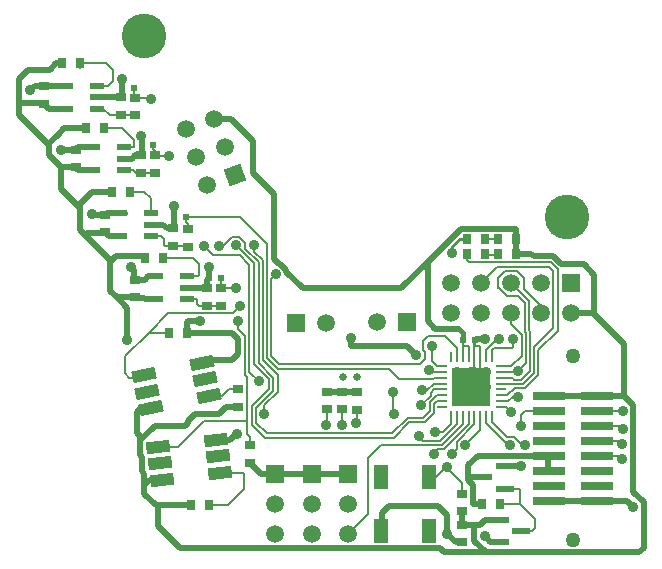
<source format=gtl>
%FSTAX24Y24*%
%MOIN*%
%SFA1B1*%

%IPPOS*%
%AMD17*
4,1,4,0.042500,-0.011100,0.034300,0.027400,-0.042500,0.011100,-0.034300,-0.027400,0.042500,-0.011100,0.0*
%
%AMD18*
4,1,4,0.041400,-0.014800,0.036600,0.024300,-0.041400,0.014800,-0.036600,-0.024300,0.041400,-0.014800,0.0*
%
%AMD28*
4,1,4,-0.017600,-0.037800,0.037800,-0.017600,0.017600,0.037800,-0.037800,0.017600,-0.017600,-0.037800,0.0*
%
%ADD10R,0.035400X0.027600*%
%ADD11R,0.048000X0.019700*%
%ADD12R,0.023600X0.019700*%
%ADD13R,0.110000X0.029100*%
%ADD14R,0.059100X0.023600*%
%ADD15R,0.050000X0.080000*%
%ADD16R,0.027600X0.035400*%
G04~CAMADD=17~9~0.0~0.0~394.0~787.0~0.0~0.0~0~0.0~0.0~0.0~0.0~0~0.0~0.0~0.0~0.0~0~0.0~0.0~0.0~282.0~850.0~547.0*
%ADD17D17*%
G04~CAMADD=18~9~0.0~0.0~394.0~787.0~0.0~0.0~0~0.0~0.0~0.0~0.0~0~0.0~0.0~0.0~0.0~0~0.0~0.0~0.0~277.0~828.0~485.0*
%ADD18D18*%
%ADD19R,0.129900X0.129900*%
%ADD20O,0.009800X0.033500*%
%ADD21O,0.033500X0.009800*%
%ADD22C,0.020000*%
%ADD23C,0.007000*%
%ADD24C,0.015700*%
%ADD25C,0.010000*%
%ADD26C,0.015000*%
%ADD27C,0.050000*%
G04~CAMADD=28~10~0.0~590.4~0.0~0.0~0.0~0.0~0~0.0~0.0~0.0~0.0~0~0.0~0.0~0.0~0.0~0~0.0~0.0~0.0~200.0~590.4~0.0*
%ADD28D28*%
%ADD29C,0.059100*%
%ADD30R,0.059100X0.059100*%
%ADD31R,0.059100X0.059100*%
%ADD32C,0.149000*%
%ADD33C,0.035000*%
%ADD34C,0.026000*%
%LNarmboardbeta-1*%
%LPD*%
G54D10*
X03888Y025615D03*
Y026205D03*
X03732Y028075D03*
Y028665D03*
X03714Y029985D03*
Y030575D03*
X03999Y023645D03*
Y024235D03*
X0378Y028065D03*
Y028655D03*
X04803Y016345D03*
Y015755D03*
X04452Y020175D03*
Y020765D03*
X0384Y026225D03*
Y025635D03*
X034084Y030379D03*
Y030969D03*
X04803Y016785D03*
Y017375D03*
X04353Y020185D03*
Y020775D03*
X04404Y020185D03*
Y020775D03*
X03614Y026675D03*
Y026085D03*
X03515Y028255D03*
Y028845D03*
X04096Y018415D03*
Y019005D03*
X04056Y020865D03*
Y020275D03*
X03711Y023925D03*
Y024515D03*
X03951Y024235D03*
Y023645D03*
X03666Y029995D03*
Y030585D03*
G54D11*
X034824Y030216D03*
X035856Y03059D03*
Y030216D03*
Y030964D03*
X034824D03*
X036614Y025976D03*
X037646Y02635D03*
Y025976D03*
Y026724D03*
X036614D03*
X035714Y028176D03*
X036746Y02855D03*
Y028176D03*
Y028924D03*
X035714D03*
X037834Y023876D03*
X038866Y02425D03*
Y023876D03*
Y024624D03*
X037834D03*
G54D12*
X038423Y02659D03*
X038817D03*
X036693Y03089D03*
X037087D03*
X039583Y02458D03*
X039977D03*
X037343Y02901D03*
X037737D03*
X048447Y0225D03*
X048053D03*
G54D13*
X05253Y02065D03*
X05093Y02015D03*
X05253D03*
Y01965D03*
X05093D03*
Y01915D03*
X05253D03*
Y01865D03*
X05093D03*
X05253Y01815D03*
X05093D03*
Y01765D03*
X05253D03*
Y01715D03*
X05093D03*
Y02065D03*
G54D14*
X049444Y017546D03*
Y018294D03*
X048736Y01792D03*
X049296Y016514D03*
Y015766D03*
X050004Y01614D03*
G54D15*
X04691Y01614D03*
X04531D03*
X04691Y01794D03*
X04531D03*
G54D16*
X048705Y01702D03*
X049295D03*
X048775Y02586D03*
X048185D03*
X049825D03*
X049235D03*
X048775Y02537D03*
X048185D03*
X049825Y02538D03*
X049235D03*
X03528Y031724D03*
X034689D03*
X037455Y02525D03*
X038045D03*
X036355Y02745D03*
X036945D03*
X035489Y029574D03*
X03608D03*
X039595Y01699D03*
X039005D03*
X038845Y02275D03*
X038255D03*
G54D17*
X039349Y021729D03*
X037424Y021319D03*
X039464Y02119D03*
X037538Y02078D03*
X037653Y020241D03*
X039578Y02065D03*
G54D18*
X039835Y019175D03*
X037881Y018935D03*
X039902Y018628D03*
X037948Y018388D03*
X038016Y017841D03*
X039969Y018081D03*
G54D19*
X04834Y02095D03*
G54D20*
X047651Y021924D03*
X047848D03*
X048045D03*
X048242D03*
X048438D03*
X048635D03*
X048832D03*
X049029D03*
Y019976D03*
X048832D03*
X048635D03*
X048438D03*
X048242D03*
X048045D03*
X047848D03*
X047651D03*
G54D21*
X049314Y021639D03*
Y021442D03*
Y021245D03*
Y021048D03*
Y020852D03*
Y020655D03*
Y020458D03*
Y020261D03*
X047366D03*
Y020458D03*
Y020655D03*
Y020852D03*
Y021048D03*
Y021245D03*
Y021442D03*
Y021639D03*
G54D22*
X038423Y026953D02*
X03843Y02696D01*
X038423Y02659D02*
Y026953D01*
X0384Y026225D02*
X038423Y026248D01*
Y02659*
X04176Y025185D02*
Y02736D01*
X04106Y02806D02*
X04176Y02736D01*
X037646Y02635D02*
X03806D01*
X038185Y026225D02*
X0384D01*
X03806Y02635D02*
X038185Y026225D01*
X03959Y024587D02*
Y02494D01*
X039583Y02458D02*
X03959Y024587D01*
X03951Y024507D02*
X039583Y02458D01*
X03951Y024235D02*
Y024507D01*
X04176Y025185D02*
X04191Y025035D01*
X041963*
X038866Y02425D02*
X039495D01*
X03951Y024235*
X035509Y026055D02*
X03617D01*
X03711Y023925D02*
X037135Y0239D01*
X03743*
X037454Y023876*
X037834*
X037461Y024515D02*
X03757Y024624D01*
X037834*
X03711Y024515D02*
X037461D01*
X036525Y023925D02*
X03711D01*
X036525D02*
X03687Y02358D01*
X0363Y02415D02*
X036525Y023925D01*
X035725Y026675D02*
X03614D01*
X0357Y0267D02*
X035725Y026675D01*
X03614D02*
X036189Y026724D01*
X036614*
X03614Y026085D02*
X03617Y026055D01*
X036249Y025976*
X036614*
X036655Y03059D02*
D01*
X035856D02*
X036655D01*
X03666Y030585D01*
X036693Y030628D02*
Y03089D01*
X0367Y030897*
Y03121*
X034084Y030969D02*
X034819D01*
X034824Y030964*
X034084Y030379D02*
X034247Y030216D01*
X034824*
X037315Y02867D02*
X03732Y028665D01*
X03713Y02867D02*
X037315D01*
X03701Y02855D02*
X03713Y02867D01*
X036746Y02855D02*
X03701D01*
X03515Y028255D02*
X035229Y028176D01*
X035714*
X03515Y028845D02*
X035229Y028924D01*
X035714*
X03734Y02931D02*
X037343Y029307D01*
Y02901D02*
Y029307D01*
Y028718D02*
Y02901D01*
X046881Y023124D02*
Y025112D01*
X045994Y024225D02*
X046881Y025112D01*
X049825Y02538D02*
Y02586D01*
X047977Y026207D02*
X049803D01*
X049825Y026185*
Y02586D02*
Y026185D01*
X046881Y025112D02*
X047977Y026207D01*
X048447Y0225D02*
X048497Y02255D01*
X04879*
X04803Y016345D02*
Y016785D01*
X04823Y01783D02*
Y01792D01*
Y01783D02*
X048377Y017683D01*
Y017033D02*
Y017683D01*
Y017033D02*
X04839Y01702D01*
X048705*
X04823Y01792D02*
X048736D01*
X04823D02*
Y01833D01*
X048053Y0225D02*
X04806Y022507D01*
X04714Y022865D02*
X047915D01*
X03364Y03082D02*
X033789Y030969D01*
X034084*
X04434Y02231D02*
Y022528D01*
X044314Y022554D02*
X04434Y022528D01*
Y02231D02*
X04618D01*
X0465Y02199*
X046881Y023124D02*
X04714Y022865D01*
X05165Y02341D02*
X0524D01*
X05243Y02338D02*
Y02467D01*
X048832Y01542D02*
X05393D01*
X04803Y016345D02*
X04837D01*
X048435Y015817D02*
X048832Y01542D01*
X048435Y015817D02*
Y01628D01*
X04837Y016345D02*
X048435Y01628D01*
X04878Y01596D02*
X048974Y015766D01*
X049296*
X05342Y02065D02*
X053725Y020345D01*
Y017443D02*
Y020345D01*
X05253Y02065D02*
X05342D01*
X03449Y031724D02*
X034689D01*
X034276Y03151D02*
X03449Y031724D01*
X033572Y03151D02*
X034276D01*
X03325Y031188D02*
X033572Y03151D01*
X04106Y02806D02*
Y029129D01*
X039766Y029879D02*
X040309D01*
X04106Y029129*
X04837Y016345D02*
X048635D01*
X054075Y015565D02*
Y017093D01*
X036327Y025127D02*
X036495Y025295D01*
X03455Y02935D02*
X034774Y029574D01*
X03425Y028655D02*
Y029D01*
X034227Y029023D02*
X03455Y029345D01*
X034227Y029023D02*
X03425Y029D01*
X03525Y027D02*
X0357Y02745D01*
X03465Y028255D02*
X03515D01*
X0353Y026155D02*
Y0269D01*
X05344Y02067D02*
Y02237D01*
X05243Y02338D02*
X05344Y02237D01*
X05342Y02065D02*
X05344Y02067D01*
X049986Y018294D02*
X04999Y01829D01*
X049444Y018294D02*
X049986D01*
X034655Y027545D02*
X0353Y0269D01*
X034655Y027545D02*
Y02825D01*
X03465Y028255D02*
X034655Y02825D01*
X053725Y017443D02*
X054075Y017093D01*
X048804Y016514D02*
X049296D01*
X048635Y016345D02*
X048804Y016514D01*
X04834Y02095D02*
X048635Y021245D01*
X038845Y02306D02*
X038905Y02312D01*
X04834Y021422D02*
X048438Y021521D01*
X035455Y026D02*
X036327Y025127D01*
X0363Y0251D02*
X036327Y025127D01*
X036495Y025295D02*
X03741D01*
X037455Y02525*
X037Y02495D02*
X0371Y02485D01*
Y024545D02*
Y02485D01*
X0353Y026155D02*
X035455Y026D01*
X035509Y026055*
X0353Y0269D02*
Y02695D01*
X03325Y03D02*
X034227Y029023D01*
X03455Y029345D02*
Y02935D01*
X03525Y027D02*
X0353Y02695D01*
X0357Y02745D02*
X036355D01*
X03325Y03D02*
Y0304D01*
X034774Y029574D02*
X035489D01*
X034655Y028845D02*
X03515D01*
X03465Y02885D02*
X034655Y028845D01*
X03325Y0304D02*
X034063D01*
X034084Y030379*
X03325Y0304D02*
Y031188D01*
X039706Y021842D02*
X040342D01*
X05393Y01542D02*
X054075Y015565D01*
X05353Y01715D02*
X05373Y01695D01*
X0418Y01805D02*
X04302D01*
X04423*
X04823Y01833D02*
X04855Y01865D01*
X05105*
X05089Y01816D02*
Y01866D01*
X0363Y02415D02*
Y0251D01*
X04353Y020775D02*
X04404D01*
X038845Y02275D02*
Y02306D01*
X038905Y02312D02*
X0393D01*
X04754Y01603D02*
Y01668D01*
X04724Y01698D02*
X04754Y01668D01*
X04558Y01698D02*
X04724D01*
X04535Y01675D02*
X04558Y01698D01*
X04535Y01618D02*
Y01675D01*
X04531Y01614D02*
X04535Y01618D01*
X05105Y01715D02*
X05253D01*
X05353*
X04754Y01603D02*
X047815Y015755D01*
X04803*
X05113Y02065D02*
X05253D01*
X03425Y028655D02*
X03465Y028255D01*
X03687Y02251D02*
Y02358D01*
X039835Y019175D02*
X040285D01*
X04048Y01937*
X04096Y018415D02*
X041325Y01805D01*
X0418*
X038845Y02275D02*
X04035D01*
X037331Y020241D02*
X037653D01*
X03719Y0201D02*
X037331Y020241D01*
X04054Y01936D02*
Y01937D01*
X040342Y021842D02*
X04055Y02205D01*
X04743Y01542D02*
X048832D01*
X04729Y01556D02*
X04743Y01542D01*
X03863Y01556D02*
X04729D01*
X0379Y01629D02*
X03863Y01556D01*
X040545Y02026D02*
X04056Y020275D01*
X04015Y02026D02*
X040545D01*
X03994Y02005D02*
X04015Y02026D01*
X0379Y01699D02*
X039005D01*
X0379Y01629D02*
Y01699D01*
X03719Y01941D02*
Y0201D01*
Y01941D02*
X037297Y019303D01*
Y018667D02*
X037364Y0186D01*
Y018122D02*
Y0186D01*
X03744Y01738D02*
X03783Y01699D01*
X0379*
X037621Y017841D02*
X038016D01*
X037364Y018122D02*
X03744Y018046D01*
Y01738D02*
Y01766D01*
Y018046*
Y01766D02*
X037621Y017841D01*
X037297Y018667D02*
Y019153D01*
X037794Y01965D02*
X03878D01*
X038875Y019745*
X037297Y019153D02*
Y019303D01*
Y019153D02*
X037794Y01965D01*
X03912Y02005D02*
X03994D01*
X038875Y019745D02*
Y019805D01*
X03912Y02005*
X04035Y02275D02*
X04055Y02255D01*
Y02205D02*
Y02255D01*
X041963Y025035D02*
X042165Y024833D01*
Y02478D02*
Y024833D01*
Y02478D02*
X04272Y024225D01*
X045994*
X04048Y01937D02*
X04054D01*
X036655Y03059D02*
X036693Y030628D01*
X04404Y020775D02*
X04451D01*
X049825Y02538D02*
X050325D01*
X05041Y025295*
X05208Y02502D02*
X05243Y02467D01*
X05041Y025295D02*
X051065D01*
X05134Y02502*
X05208*
G54D23*
X04964Y024414D02*
X04965Y024404D01*
X038817Y026433D02*
X03888Y02637D01*
Y026205D02*
Y02637D01*
X038817Y026433D02*
Y02659D01*
X04064D02*
X04153Y0257D01*
X038817Y02659D02*
X04064D01*
X038004Y025976D02*
X0381Y02588D01*
X037646Y025976D02*
X038004D01*
X03886Y025635D02*
X03888Y025615D01*
X0384Y025635D02*
X03886D01*
X038135D02*
X0384D01*
X0381Y02567D02*
X038135Y025635D01*
X0381Y02567D02*
Y02588D01*
X039977Y024248D02*
X03999Y024235D01*
X039977Y024248D02*
Y02458D01*
X040475Y024235D02*
X04049Y02422D01*
X03999Y024235D02*
X040475D01*
X03823Y0234D02*
X04038D01*
X04063Y02365*
X04109Y021696D02*
X0416Y021186D01*
X04094Y02145D02*
X04127Y02112D01*
X04086Y01979D02*
Y02128D01*
X04116Y020238D02*
X04174Y020818D01*
X04116Y019738D02*
Y020238D01*
X03973Y02533D02*
X04062D01*
X0408Y025548D02*
X04125Y025098D01*
X04139Y02402D02*
Y025156D01*
X0411Y025446D02*
X04139Y025156D01*
X0408Y025548D02*
Y025746D01*
X040606Y02594D02*
X0408Y025746D01*
X03941Y02565D02*
X03973Y02533D01*
X0411Y025446D02*
Y02567D01*
X03999Y023645D02*
D01*
X03951D02*
X03999D01*
X039174Y023876D02*
X0392Y02385D01*
Y02371D02*
Y02385D01*
Y02371D02*
X039265Y023645D01*
X03951*
X038866Y023876D02*
X039174D01*
X03925Y02466D02*
Y02505D01*
X03905Y02525D02*
X03925Y02505D01*
X039214Y024624D02*
X03925Y02466D01*
X038866Y024624D02*
X039214D01*
X040374Y02594D02*
X040606D01*
X040074Y02564D02*
X040374Y02594D01*
X036945Y02745D02*
X03744D01*
X037646Y027244*
Y026724D02*
Y027244D01*
X03714Y030575D02*
X037615D01*
X03765Y03054*
X03714Y030095D02*
X03716D01*
X036295Y029995D02*
X03666D01*
X036074Y030216D02*
X036295Y029995D01*
X035856Y030216D02*
X036074D01*
X03713Y029995D02*
X03714Y029985D01*
X03666Y029995D02*
X03713D01*
X03622Y030964D02*
X03639Y031134D01*
X035856Y030964D02*
X03622D01*
X03639Y031134D02*
Y0315D01*
X03528Y031724D02*
X036166D01*
X03639Y0315*
X037087Y03089D02*
Y03092D01*
Y030648D02*
Y03089D01*
X037737Y028873D02*
X0378Y02881D01*
Y028655D02*
Y02881D01*
X037737Y028873D02*
Y02901D01*
X03777Y028685D02*
X0378Y028655D01*
X03608Y029574D02*
X03668D01*
X0371Y029154*
Y028924D02*
Y029154D01*
X037165Y028065D02*
X03728D01*
X036746Y028176D02*
X037054D01*
X037165Y028065*
X037805Y02862D02*
X03825D01*
X03777Y028065D02*
D01*
X03728D02*
X03777D01*
X036746Y028924D02*
X0371D01*
X05Y02001D02*
X05014Y02015D01*
X05093*
X05Y01963D02*
Y02001D01*
X049314Y020458D02*
X049558D01*
X04971Y02061*
X0499*
X049539Y020655D02*
X049784Y0209D01*
X049314Y020655D02*
X049539D01*
X049784Y0209D02*
X050122D01*
X05057Y021348*
X050064Y02104D02*
X05043Y021406D01*
X049323Y02104D02*
X050064D01*
X050006Y02118D02*
X05029Y021464D01*
X049709Y021245D02*
X049774Y02118D01*
X050006*
X049314Y021048D02*
X049323Y02104D01*
X05057Y021348D02*
Y02216D01*
X04965Y023026D02*
X05001Y022666D01*
Y021976D02*
Y022666D01*
X049673Y021639D02*
X05001Y021976D01*
X049314Y021639D02*
X049673D01*
X05015Y02172D02*
Y022724D01*
X04989Y02146D02*
X05015Y02172D01*
X04965Y023026D02*
Y02341D01*
X05029Y021464D02*
Y022782D01*
X05011Y022764D02*
X05015Y022724D01*
X05025Y022822D02*
X05029Y022782D01*
X05043Y021406D02*
Y02227D01*
X05057Y02216D02*
X05121Y0228D01*
Y02486*
X05043Y02227D02*
X05107Y02291D01*
Y024802*
X049314Y021245D02*
X049709D01*
X049314Y021442D02*
X049872D01*
X04973Y02228D02*
Y02255D01*
X0497Y02225D02*
X04973Y02228D01*
X049099Y02225D02*
X0497D01*
X05025Y022822D02*
Y023804D01*
X05011Y022764D02*
Y023746D01*
X049872Y021442D02*
X04989Y02146D01*
X04738Y01943D02*
X047651Y019701D01*
X04711Y01943D02*
X04738D01*
X047298Y01915D02*
X047848Y0197D01*
X04658Y01931D02*
X04674Y01915D01*
X047298*
X04691Y01794D02*
X04717D01*
X0475Y01827*
X04754*
X05065Y02341D02*
Y02364D01*
X04954Y023953D02*
X049903D01*
X04924Y02425D02*
Y024576D01*
Y02425D02*
X049243D01*
X04954Y023953*
X049314Y020261D02*
X049479D01*
X05253Y02015D02*
X05255Y02013D01*
X05338*
X05326Y01865D02*
X05336Y01855D01*
X05253Y01865D02*
X05326D01*
X04691Y02149D02*
X046958Y021442D01*
X047366*
X04571Y02011D02*
X04577Y02005D01*
X04571Y02011D02*
Y02078D01*
X0445Y01974D02*
X04452Y01976D01*
Y020175*
X04402Y01967D02*
X04404Y01969D01*
Y020185*
X0435Y01967D02*
X04353Y0197D01*
Y020185*
X04698Y02065D02*
Y020748D01*
X03991Y02564D02*
X040074D01*
X041912Y02171D02*
X046616D01*
X04678Y021874*
X04673Y022156D02*
Y02248D01*
X046878Y022628D02*
X04745D01*
X047848Y021924D02*
Y02223D01*
X04678Y021874D02*
Y022106D01*
X04673Y022156D02*
X04678Y022106D01*
X04673Y02248D02*
X046878Y022628D01*
X04745D02*
X047848Y02223D01*
X04167Y021952D02*
X041912Y02171D01*
X04153Y021894D02*
X04189Y021534D01*
X045598D02*
X045922Y02121D01*
X04189Y021534D02*
X045598D01*
X04878Y02533D02*
X049239D01*
X04813Y01899D02*
X048635Y019495D01*
X049992Y024062D02*
X05025Y023804D01*
X04701Y021806D02*
X047177Y021639D01*
X04701Y021806D02*
Y02229D01*
X048832Y022181D02*
X049201Y02255D01*
X048832Y021924D02*
Y022181D01*
X049201Y02255D02*
X04927D01*
X049029Y02218D02*
X049099Y02225D01*
X049029Y021924D02*
Y02218D01*
X048242Y021924D02*
Y0223D01*
X048048D02*
X048242D01*
X05324Y01915D02*
X05336Y01903D01*
X05253Y01915D02*
X05324D01*
X05325Y01965D02*
X05338Y01952D01*
X05253Y01965D02*
X05325D01*
X045922Y02121D02*
X047046D01*
X047081Y021245*
X04709Y020072D02*
Y020362D01*
X04627Y01976D02*
X046778D01*
X04709Y020072*
X04695Y02013D02*
Y02042D01*
X046212Y0199D02*
X04672D01*
X04695Y02013*
Y02042D02*
X047185Y020655D01*
X047366*
X041508Y01939D02*
X045702D01*
X046212Y0199*
X04116Y019738D02*
X041508Y01939D01*
X04188Y02076D02*
Y021346D01*
X04144Y02032D02*
X04188Y02076D01*
X04144Y02005D02*
Y02032D01*
X04174Y020818D02*
Y021244D01*
X04125Y021734D02*
X04174Y021244D01*
X04102Y01968D02*
X04145Y01925D01*
X04102Y01968D02*
Y020296D01*
X04145Y01925D02*
X04576D01*
X048438Y019694D02*
Y019976D01*
X04768Y0187D02*
X04785Y01887D01*
Y019106*
X048438Y019694*
X047414Y01887D02*
X048242Y019698D01*
Y019976*
X04708Y01871D02*
X04724Y01887D01*
X047414*
X047356Y01901D02*
X048045Y019699D01*
Y019976*
X04488Y01857D02*
X04532Y01901D01*
X047356*
X047848Y0197D02*
Y019976D01*
X04576Y01925D02*
X04627Y01976D01*
X04709Y020362D02*
X047186Y020458D01*
X047366*
X047081Y021245D02*
X047366D01*
X047082Y021048D02*
X047366D01*
X046864Y02083D02*
X047082Y021048D01*
X04698Y020748D02*
X047084Y020852D01*
X047366*
X04667Y02034D02*
X04698Y02065D01*
X0467Y02083D02*
X046864D01*
X04964Y024414D02*
Y02465D01*
X038016Y018856D02*
X038051Y01882D01*
X04997Y01702D02*
Y0175D01*
X049924Y017546D02*
X04997Y0175D01*
X049444Y017546D02*
X049924D01*
X04997Y01702D02*
X05045Y01654D01*
Y01623D02*
Y01654D01*
X049295Y01702D02*
X04997D01*
X05036Y01614D02*
X05045Y01623D01*
X050004Y01614D02*
X05036D01*
X048438Y021924D02*
Y022298D01*
Y021521D02*
Y021924D01*
X038866Y024624D02*
X03889Y0246D01*
X038045Y02525D02*
X03905D01*
X039859Y02075D02*
X039909Y0208D01*
X048635Y021924D02*
Y0223D01*
X04844D02*
X048635D01*
X048045Y021924D02*
Y022405D01*
X048775Y02586D02*
X049235D01*
X036945Y02741D02*
Y02745D01*
X03608Y02953D02*
Y029574D01*
X03528Y031582D02*
Y031724D01*
X04423Y01605D02*
X04488Y0167D01*
X047651Y019701D02*
Y019976D01*
X047177Y021639D02*
X047366D01*
X04488Y0167D02*
Y01857D01*
X04139Y021836D02*
X04188Y021346D01*
X049992Y024062D02*
D01*
X05018Y023874D01*
X04965Y024404D02*
X049992Y024062D01*
X04965Y024404D02*
Y02441D01*
X04803Y017375D02*
Y01774D01*
X04754Y01823D02*
Y01827D01*
Y01823D02*
X04803Y01774D01*
X039595Y01699D02*
X04024D01*
X0368Y02139D02*
X03694Y02125D01*
Y02124D02*
Y02125D01*
X037344Y02124D02*
X037424Y021319D01*
X03694Y02124D02*
X037344D01*
X0368Y02139D02*
Y02197D01*
X03758Y02275*
X038255*
X03758D02*
X03823Y0234D01*
X039578Y02065D02*
X04004D01*
X04027Y02088*
X040545*
X04056Y020865*
X040719Y018081D02*
X04077Y01803D01*
Y01752D02*
Y01803D01*
X039969Y018081D02*
X040719D01*
X04024Y01699D02*
X04077Y01752D01*
X037881Y018935D02*
X038565D01*
X03943Y0198*
X04102Y020296D02*
X0416Y020876D01*
Y021186*
X04096Y019005D02*
Y01928D01*
X04086Y01938D02*
X04096Y01928D01*
X0408Y02134D02*
X04086Y02128D01*
X03943Y0198D02*
X04085D01*
X04086Y01979*
Y01938D02*
Y01979D01*
X0501Y02419D02*
Y02456D01*
Y02419D02*
X05065Y02364D01*
X049903Y023953D02*
X05011Y023746D01*
X049479Y020261D02*
X04965Y02009D01*
X048635Y019495D02*
Y019976D01*
X049029Y01976D02*
Y019976D01*
X049562Y019D02*
X04963D01*
X048832Y01973D02*
Y019976D01*
Y01973D02*
X049562Y019D01*
X049509Y01928D02*
X049746D01*
X050026Y019D02*
X05011D01*
X049746Y01928D02*
X050026Y019D01*
X049029Y01976D02*
X049509Y01928D01*
X04056Y02287D02*
Y02313D01*
Y02287D02*
X0408Y02263D01*
Y02134D02*
Y02263D01*
X04139Y021836D02*
Y02402D01*
X04167Y021952D02*
Y023904D01*
X04153Y021894D02*
Y023962D01*
Y0257*
X04125Y021734D02*
Y025098D01*
X04049Y02566D02*
X04109Y02506D01*
X04062Y02533D02*
X04094Y02501D01*
X04109Y021696D02*
Y02506D01*
X04094Y02145D02*
Y02501D01*
X048635Y021245D02*
Y021924D01*
X05098Y02509D02*
X05121Y02486D01*
X03777Y028655D02*
Y028685D01*
Y028655D02*
X037805Y02862D01*
X04924Y024576D02*
X049474Y02481D01*
X04985*
X0501Y02456*
X04865Y02441D02*
X04919Y02495D01*
X050922*
X05107Y024802*
X048959Y02509D02*
X05098D01*
X048957Y025088D02*
X048959Y02509D01*
X048269Y025088D02*
X048957D01*
X048185Y025172D02*
Y02537D01*
Y025172D02*
X048269Y025088D01*
X048179Y02537D02*
Y02544D01*
X04167Y02454D02*
X04182Y02469D01*
X04167Y023904D02*
Y02454D01*
G54D24*
X036614Y026724D02*
X036784D01*
X0356Y028934D02*
X035854D01*
G54D25*
X047944Y02586D02*
X048185D01*
X047705Y02541D02*
Y025621D01*
X047944Y02586*
X048438Y022298D02*
X04844Y0223D01*
Y0225*
G54D26*
X04806Y022507D02*
Y02272D01*
X047915Y022865D02*
X04806Y02272D01*
G54D27*
X05173Y02196D03*
Y01584D03*
G54D28*
X04045Y028D03*
G54D29*
X03951Y027658D03*
X040108Y02894D03*
X039168Y028598D03*
X039766Y029879D03*
X038826Y029537D03*
X04423Y01605D03*
Y01705D03*
X04302Y01605D03*
Y01705D03*
X0418Y01605D03*
Y01705D03*
X04765Y02341D03*
Y02441D03*
X04865Y02341D03*
Y02441D03*
X04965Y02341D03*
Y02441D03*
X05065Y02341D03*
Y02441D03*
X05165Y02341D03*
X0452Y02311D03*
X0435Y02308D03*
G54D30*
X04423Y01805D03*
X04302D03*
X0418D03*
G54D31*
X05165Y02441D03*
X0462Y02311D03*
X0425Y02308D03*
G54D32*
X05152Y02659D03*
X03744Y03264D03*
G54D33*
X04182Y02469D03*
X0367Y03121D03*
X03825Y02862D03*
X03765Y03054D03*
X03734Y02931D03*
X05Y01963D03*
X044314Y022554D03*
X04768Y0187D03*
X0465Y02199D03*
X04691Y02149D03*
X04667Y02034D03*
X05011Y019D03*
X05338Y01952D03*
X04571Y02078D03*
X04999Y01829D03*
X05338Y02013D03*
X05336Y01903D03*
Y01855D03*
X05373Y01695D03*
X04879Y02255D03*
X03959Y02494D03*
X0393Y02312D03*
X047868Y020478D03*
X04834D03*
X047705Y02541D03*
X0445Y01974D03*
X04577Y02005D03*
X037Y02495D03*
X0357Y0267D03*
X03843Y02696D03*
X03364Y03082D03*
X03465Y02885D03*
X048812Y02095D03*
X04834D03*
X047868D03*
X048812Y021422D03*
X04834D03*
X047868D03*
X04701Y02229D03*
X04878Y01596D03*
X04754Y01603D03*
Y01827D03*
X04658Y01931D03*
X04963Y019D03*
X04711Y01943D03*
X04813Y01899D03*
X04973Y02255D03*
X04927D03*
X0467Y02083D03*
X04708Y01871D03*
X04063Y02365D03*
X04144Y02005D03*
X03941Y02565D03*
X03991Y02564D03*
X04049Y02566D03*
X0411Y02567D03*
X04049Y02422D03*
X04989Y02146D03*
X03687Y02251D03*
X04054Y01936D03*
X04127Y02112D03*
X04965Y02009D03*
X0499Y02061D03*
X04056Y02313D03*
X04402Y01967D03*
X0435D03*
G54D34*
X044064Y021256D03*
Y020784D03*
X044536Y021256D03*
Y020784D03*
M02*
</source>
